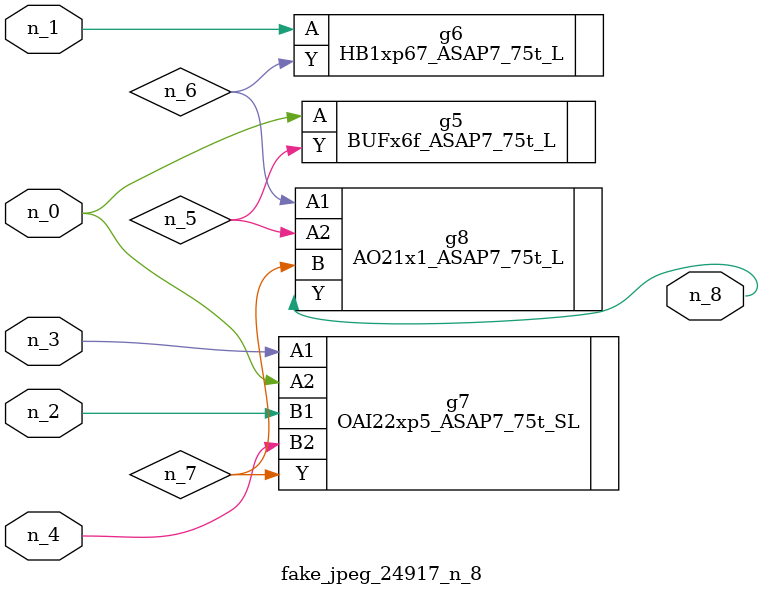
<source format=v>
module fake_jpeg_24917_n_8 (n_3, n_2, n_1, n_0, n_4, n_8);

input n_3;
input n_2;
input n_1;
input n_0;
input n_4;

output n_8;

wire n_6;
wire n_5;
wire n_7;

BUFx6f_ASAP7_75t_L g5 ( 
.A(n_0),
.Y(n_5)
);

HB1xp67_ASAP7_75t_L g6 ( 
.A(n_1),
.Y(n_6)
);

OAI22xp5_ASAP7_75t_SL g7 ( 
.A1(n_3),
.A2(n_0),
.B1(n_2),
.B2(n_4),
.Y(n_7)
);

AO21x1_ASAP7_75t_L g8 ( 
.A1(n_6),
.A2(n_5),
.B(n_7),
.Y(n_8)
);


endmodule
</source>
